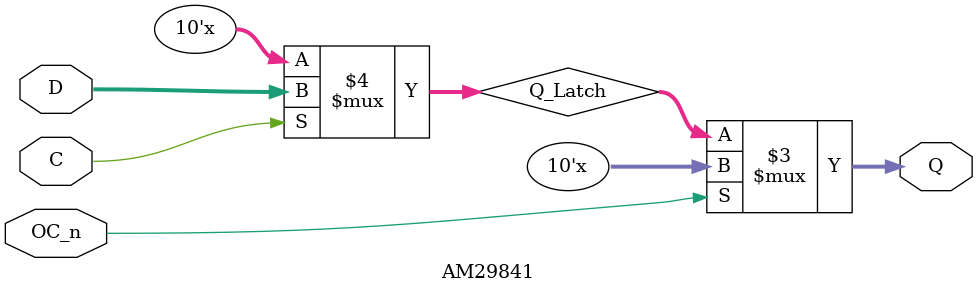
<source format=v>
module AM29841 (
    input wire [9:0] D,   // 10 Bit Data inputs
    input wire C,         // Control input (active high)
    input wire OC_n,      // Output Control (active low)
    output wire [9:0] Q   // Outputs
);

    reg [9:0] Q_Latch;  // Internal latch

    // Latch operation
    always @(*) begin
        if (C) begin
            Q_Latch <= D;  // Transparent mode: Internal latch follows input
        end
    end

    // Output control
    // When OC_n is low (active), outputs reflect the latched data
    // When OC_n is high, outputs are in high-impedance state
    assign Q = (OC_n == 1'b0) ? Q_Latch : 10'bz;

endmodule

</source>
